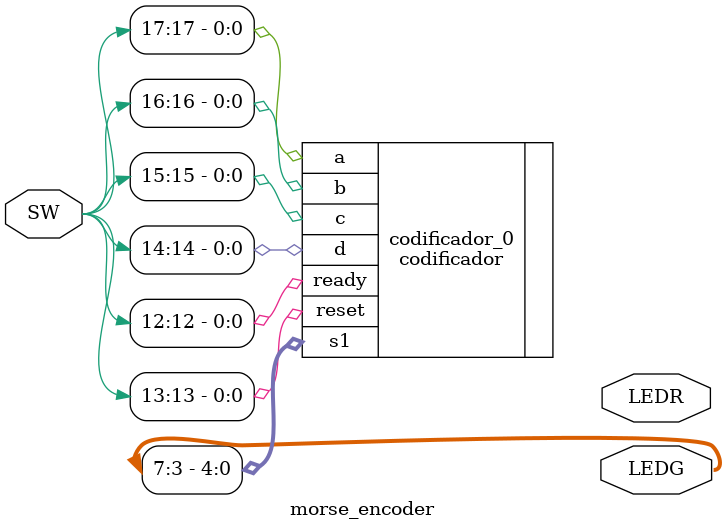
<source format=v>


module morse_encoder(

	//////////// LED //////////
	LEDG,
	LEDR,

	//////////// SW //////////
	SW
);

//=======================================================
//  PARAMETER declarations
//=======================================================


//=======================================================
//  PORT declarations
//=======================================================

//////////// LED //////////
output		     [8:0]		LEDG;
output		    [17:0]		LEDR;

//////////// SW //////////
input 		    [17:0]		SW;


//=======================================================
//  REG/WIRE declarations
//=======================================================


	codificador codificador_0(.a(SW[17]), .b(SW[16]), .c(SW[15]), .d(SW[14]), .s1(LEDG[7:3]), .reset(SW[13]), .ready(SW[12]));

//=======================================================
//  Structural coding
//=======================================================



endmodule

</source>
